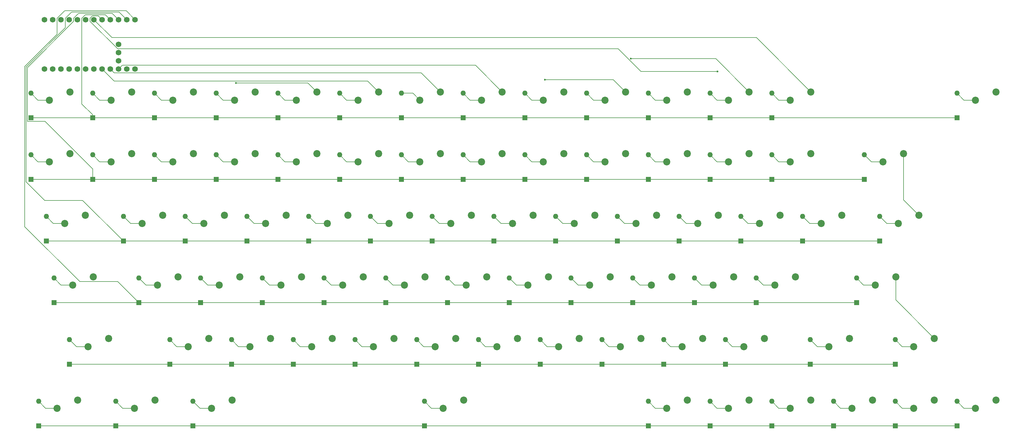
<source format=gbr>
%TF.GenerationSoftware,KiCad,Pcbnew,9.0.2*%
%TF.CreationDate,2025-06-25T18:54:02-05:00*%
%TF.ProjectId,MechaSlate,4d656368-6153-46c6-9174-652e6b696361,rev?*%
%TF.SameCoordinates,Original*%
%TF.FileFunction,Copper,L1,Top*%
%TF.FilePolarity,Positive*%
%FSLAX46Y46*%
G04 Gerber Fmt 4.6, Leading zero omitted, Abs format (unit mm)*
G04 Created by KiCad (PCBNEW 9.0.2) date 2025-06-25 18:54:02*
%MOMM*%
%LPD*%
G01*
G04 APERTURE LIST*
%TA.AperFunction,ComponentPad*%
%ADD10C,2.200000*%
%TD*%
%TA.AperFunction,ComponentPad*%
%ADD11C,1.752600*%
%TD*%
%TA.AperFunction,ComponentPad*%
%ADD12R,1.600000X1.600000*%
%TD*%
%TA.AperFunction,ComponentPad*%
%ADD13O,1.600000X1.600000*%
%TD*%
%TA.AperFunction,ViaPad*%
%ADD14C,0.600000*%
%TD*%
%TA.AperFunction,Conductor*%
%ADD15C,0.200000*%
%TD*%
G04 APERTURE END LIST*
D10*
%TO.P,S5,1,1*%
%TO.N,col 4*%
X264235000Y-146420000D03*
%TO.P,S5,2,2*%
%TO.N,Net-(D5-A)*%
X257885000Y-148960000D03*
%TD*%
%TO.P,S44,1,1*%
%TO.N,col 1*%
X221372500Y-203570000D03*
%TO.P,S44,2,2*%
%TO.N,Net-(D44-A)*%
X215022500Y-206110000D03*
%TD*%
%TO.P,S61,1,1*%
%TO.N,col 5*%
X307097500Y-222620000D03*
%TO.P,S61,2,2*%
%TO.N,Net-(D61-A)*%
X300747500Y-225160000D03*
%TD*%
%TO.P,S12,1,1*%
%TO.N,col 11*%
X397585000Y-146420000D03*
%TO.P,S12,2,2*%
%TO.N,Net-(D12-A)*%
X391235000Y-148960000D03*
%TD*%
%TO.P,S3,1,1*%
%TO.N,col 2*%
X226135000Y-146420000D03*
%TO.P,S3,2,2*%
%TO.N,Net-(D3-A)*%
X219785000Y-148960000D03*
%TD*%
%TO.P,S48,1,1*%
%TO.N,col 5*%
X297572500Y-203570000D03*
%TO.P,S48,2,2*%
%TO.N,Net-(D48-A)*%
X291222500Y-206110000D03*
%TD*%
%TO.P,S10,1,1*%
%TO.N,col 9*%
X359485000Y-146420000D03*
%TO.P,S10,2,2*%
%TO.N,Net-(D10-A)*%
X353135000Y-148960000D03*
%TD*%
%TO.P,S42,1,1*%
%TO.N,col 13*%
X449972500Y-184520000D03*
%TO.P,S42,2,2*%
%TO.N,Net-(D42-A)*%
X443622500Y-187060000D03*
%TD*%
%TO.P,S78,1,1*%
%TO.N,col 9*%
X473785000Y-241670000D03*
%TO.P,S78,2,2*%
%TO.N,Net-(D78-A)*%
X467435000Y-244210000D03*
%TD*%
%TO.P,S69,1,1*%
%TO.N,col 0*%
X190416250Y-241670000D03*
%TO.P,S69,2,2*%
%TO.N,Net-(D69-A)*%
X184066250Y-244210000D03*
%TD*%
%TO.P,S15,1,1*%
%TO.N,col 0*%
X188035000Y-165470000D03*
%TO.P,S15,2,2*%
%TO.N,Net-(D15-A)*%
X181685000Y-168010000D03*
%TD*%
%TO.P,S7,1,1*%
%TO.N,col 6*%
X302335000Y-146420000D03*
%TO.P,S7,2,2*%
%TO.N,Net-(D7-A)*%
X295985000Y-148960000D03*
%TD*%
%TO.P,S27,1,1*%
%TO.N,col 12*%
X416635000Y-165470000D03*
%TO.P,S27,2,2*%
%TO.N,Net-(D27-A)*%
X410285000Y-168010000D03*
%TD*%
%TO.P,S28,1,1*%
%TO.N,col 13*%
X445210000Y-165470000D03*
%TO.P,S28,2,2*%
%TO.N,Net-(D28-A)*%
X438860000Y-168010000D03*
%TD*%
%TO.P,S20,1,1*%
%TO.N,col 5*%
X283285000Y-165470000D03*
%TO.P,S20,2,2*%
%TO.N,Net-(D20-A)*%
X276935000Y-168010000D03*
%TD*%
%TO.P,S13,1,1*%
%TO.N,col 12*%
X416635000Y-146420000D03*
%TO.P,S13,2,2*%
%TO.N,Net-(D13-A)*%
X410285000Y-148960000D03*
%TD*%
%TO.P,S34,1,1*%
%TO.N,col 5*%
X292810000Y-184520000D03*
%TO.P,S34,2,2*%
%TO.N,Net-(D34-A)*%
X286460000Y-187060000D03*
%TD*%
%TO.P,S33,1,1*%
%TO.N,col 4*%
X273760000Y-184520000D03*
%TO.P,S33,2,2*%
%TO.N,Net-(D33-A)*%
X267410000Y-187060000D03*
%TD*%
%TO.P,S70,1,1*%
%TO.N,col 1*%
X214228750Y-241670000D03*
%TO.P,S70,2,2*%
%TO.N,Net-(D70-A)*%
X207878750Y-244210000D03*
%TD*%
%TO.P,S41,1,1*%
%TO.N,col 12*%
X426160000Y-184520000D03*
%TO.P,S41,2,2*%
%TO.N,Net-(D41-A)*%
X419810000Y-187060000D03*
%TD*%
%TO.P,S66,1,1*%
%TO.N,col 10*%
X402347500Y-222620000D03*
%TO.P,S66,2,2*%
%TO.N,Net-(D66-A)*%
X395997500Y-225160000D03*
%TD*%
%TO.P,S19,1,1*%
%TO.N,col 4*%
X264235000Y-165470000D03*
%TO.P,S19,2,2*%
%TO.N,Net-(D19-A)*%
X257885000Y-168010000D03*
%TD*%
%TO.P,S17,1,1*%
%TO.N,col 2*%
X226135000Y-165470000D03*
%TO.P,S17,2,2*%
%TO.N,Net-(D17-A)*%
X219785000Y-168010000D03*
%TD*%
%TO.P,S21,1,1*%
%TO.N,col 6*%
X302335000Y-165470000D03*
%TO.P,S21,2,2*%
%TO.N,Net-(D21-A)*%
X295985000Y-168010000D03*
%TD*%
%TO.P,S30,1,1*%
%TO.N,col 1*%
X216610000Y-184520000D03*
%TO.P,S30,2,2*%
%TO.N,Net-(D30-A)*%
X210260000Y-187060000D03*
%TD*%
%TO.P,S35,1,1*%
%TO.N,col 6*%
X311860000Y-184520000D03*
%TO.P,S35,2,2*%
%TO.N,Net-(D35-A)*%
X305510000Y-187060000D03*
%TD*%
%TO.P,S67,1,1*%
%TO.N,col 11*%
X428541250Y-222620000D03*
%TO.P,S67,2,2*%
%TO.N,Net-(D67-A)*%
X422191250Y-225160000D03*
%TD*%
%TO.P,S6,1,1*%
%TO.N,col 5*%
X283285000Y-146420000D03*
%TO.P,S6,2,2*%
%TO.N,Net-(D6-A)*%
X276935000Y-148960000D03*
%TD*%
%TO.P,S23,1,1*%
%TO.N,col 8*%
X340435000Y-165470000D03*
%TO.P,S23,2,2*%
%TO.N,Net-(D23-A)*%
X334085000Y-168010000D03*
%TD*%
%TO.P,S75,1,1*%
%TO.N,col 6*%
X416635000Y-241670000D03*
%TO.P,S75,2,2*%
%TO.N,Net-(D75-A)*%
X410285000Y-244210000D03*
%TD*%
%TO.P,S52,1,1*%
%TO.N,col 9*%
X373772500Y-203570000D03*
%TO.P,S52,2,2*%
%TO.N,Net-(D52-A)*%
X367422500Y-206110000D03*
%TD*%
%TO.P,S63,1,1*%
%TO.N,col 7*%
X345197500Y-222620000D03*
%TO.P,S63,2,2*%
%TO.N,Net-(D63-A)*%
X338847500Y-225160000D03*
%TD*%
%TO.P,S60,1,1*%
%TO.N,col 4*%
X288047500Y-222620000D03*
%TO.P,S60,2,2*%
%TO.N,Net-(D60-A)*%
X281697500Y-225160000D03*
%TD*%
%TO.P,S74,1,1*%
%TO.N,col 5*%
X397585000Y-241670000D03*
%TO.P,S74,2,2*%
%TO.N,Net-(D74-A)*%
X391235000Y-244210000D03*
%TD*%
%TO.P,S47,1,1*%
%TO.N,col 4*%
X278522500Y-203570000D03*
%TO.P,S47,2,2*%
%TO.N,Net-(D47-A)*%
X272172500Y-206110000D03*
%TD*%
%TO.P,S40,1,1*%
%TO.N,col 11*%
X407110000Y-184520000D03*
%TO.P,S40,2,2*%
%TO.N,Net-(D40-A)*%
X400760000Y-187060000D03*
%TD*%
%TO.P,S62,1,1*%
%TO.N,col 6*%
X326147500Y-222620000D03*
%TO.P,S62,2,2*%
%TO.N,Net-(D62-A)*%
X319797500Y-225160000D03*
%TD*%
%TO.P,S25,1,1*%
%TO.N,col 10*%
X378535000Y-165470000D03*
%TO.P,S25,2,2*%
%TO.N,Net-(D25-A)*%
X372185000Y-168010000D03*
%TD*%
%TO.P,S58,1,1*%
%TO.N,col 2*%
X249947500Y-222620000D03*
%TO.P,S58,2,2*%
%TO.N,Net-(D58-A)*%
X243597500Y-225160000D03*
%TD*%
%TO.P,S14,1,1*%
%TO.N,col 13*%
X473785000Y-146420000D03*
%TO.P,S14,2,2*%
%TO.N,Net-(D14-A)*%
X467435000Y-148960000D03*
%TD*%
%TO.P,S68,1,1*%
%TO.N,col 12*%
X454735000Y-222620000D03*
%TO.P,S68,2,2*%
%TO.N,Net-(D68-A)*%
X448385000Y-225160000D03*
%TD*%
%TO.P,S2,1,1*%
%TO.N,col 1*%
X207085000Y-146420000D03*
%TO.P,S2,2,2*%
%TO.N,Net-(D2-A)*%
X200735000Y-148960000D03*
%TD*%
%TO.P,S1,1,1*%
%TO.N,col 0*%
X188035000Y-146420000D03*
%TO.P,S1,2,2*%
%TO.N,Net-(D1-A)*%
X181685000Y-148960000D03*
%TD*%
%TO.P,S53,1,1*%
%TO.N,col 10*%
X392822500Y-203570000D03*
%TO.P,S53,2,2*%
%TO.N,Net-(D53-A)*%
X386472500Y-206110000D03*
%TD*%
%TO.P,S64,1,1*%
%TO.N,col 8*%
X364247500Y-222620000D03*
%TO.P,S64,2,2*%
%TO.N,Net-(D64-A)*%
X357897500Y-225160000D03*
%TD*%
%TO.P,S77,1,1*%
%TO.N,col 8*%
X454735000Y-241670000D03*
%TO.P,S77,2,2*%
%TO.N,Net-(D77-A)*%
X448385000Y-244210000D03*
%TD*%
%TO.P,S31,1,1*%
%TO.N,col 2*%
X235660000Y-184520000D03*
%TO.P,S31,2,2*%
%TO.N,Net-(D31-A)*%
X229310000Y-187060000D03*
%TD*%
%TO.P,S22,1,1*%
%TO.N,col 7*%
X321385000Y-165470000D03*
%TO.P,S22,2,2*%
%TO.N,Net-(D22-A)*%
X315035000Y-168010000D03*
%TD*%
%TO.P,S18,1,1*%
%TO.N,col 3*%
X245185000Y-165470000D03*
%TO.P,S18,2,2*%
%TO.N,Net-(D18-A)*%
X238835000Y-168010000D03*
%TD*%
%TO.P,S24,1,1*%
%TO.N,col 9*%
X359485000Y-165470000D03*
%TO.P,S24,2,2*%
%TO.N,Net-(D24-A)*%
X353135000Y-168010000D03*
%TD*%
%TO.P,S71,1,1*%
%TO.N,col 2*%
X238041250Y-241670000D03*
%TO.P,S71,2,2*%
%TO.N,Net-(D71-A)*%
X231691250Y-244210000D03*
%TD*%
%TO.P,S65,1,1*%
%TO.N,col 9*%
X383297500Y-222620000D03*
%TO.P,S65,2,2*%
%TO.N,Net-(D65-A)*%
X376947500Y-225160000D03*
%TD*%
%TO.P,S32,1,1*%
%TO.N,col 3*%
X254710000Y-184520000D03*
%TO.P,S32,2,2*%
%TO.N,Net-(D32-A)*%
X248360000Y-187060000D03*
%TD*%
%TO.P,S4,1,1*%
%TO.N,col 3*%
X245185000Y-146420000D03*
%TO.P,S4,2,2*%
%TO.N,Net-(D4-A)*%
X238835000Y-148960000D03*
%TD*%
%TO.P,S56,1,1*%
%TO.N,col 0*%
X199941250Y-222620000D03*
%TO.P,S56,2,2*%
%TO.N,Net-(D56-A)*%
X193591250Y-225160000D03*
%TD*%
%TO.P,S54,1,1*%
%TO.N,col 11*%
X411872500Y-203570000D03*
%TO.P,S54,2,2*%
%TO.N,Net-(D54-A)*%
X405522500Y-206110000D03*
%TD*%
%TO.P,S72,1,1*%
%TO.N,col 3*%
X309478750Y-241670000D03*
%TO.P,S72,2,2*%
%TO.N,Net-(D72-A)*%
X303128750Y-244210000D03*
%TD*%
%TO.P,S8,1,1*%
%TO.N,col 7*%
X321385000Y-146420000D03*
%TO.P,S8,2,2*%
%TO.N,Net-(D8-A)*%
X315035000Y-148960000D03*
%TD*%
%TO.P,S11,1,1*%
%TO.N,col 10*%
X378535000Y-146420000D03*
%TO.P,S11,2,2*%
%TO.N,Net-(D11-A)*%
X372185000Y-148960000D03*
%TD*%
%TO.P,S9,1,1*%
%TO.N,col 8*%
X340435000Y-146420000D03*
%TO.P,S9,2,2*%
%TO.N,Net-(D9-A)*%
X334085000Y-148960000D03*
%TD*%
%TO.P,S73,1,1*%
%TO.N,col 4*%
X378535000Y-241670000D03*
%TO.P,S73,2,2*%
%TO.N,Net-(D73-A)*%
X372185000Y-244210000D03*
%TD*%
%TO.P,S46,1,1*%
%TO.N,col 3*%
X259472500Y-203570000D03*
%TO.P,S46,2,2*%
%TO.N,Net-(D46-A)*%
X253122500Y-206110000D03*
%TD*%
%TO.P,S51,1,1*%
%TO.N,col 8*%
X354722500Y-203570000D03*
%TO.P,S51,2,2*%
%TO.N,Net-(D51-A)*%
X348372500Y-206110000D03*
%TD*%
%TO.P,S37,1,1*%
%TO.N,col 8*%
X349960000Y-184520000D03*
%TO.P,S37,2,2*%
%TO.N,Net-(D37-A)*%
X343610000Y-187060000D03*
%TD*%
%TO.P,S76,1,1*%
%TO.N,col 7*%
X435685000Y-241670000D03*
%TO.P,S76,2,2*%
%TO.N,Net-(D76-A)*%
X429335000Y-244210000D03*
%TD*%
%TO.P,S26,1,1*%
%TO.N,col 11*%
X397585000Y-165470000D03*
%TO.P,S26,2,2*%
%TO.N,Net-(D26-A)*%
X391235000Y-168010000D03*
%TD*%
%TO.P,S49,1,1*%
%TO.N,col 6*%
X316622500Y-203570000D03*
%TO.P,S49,2,2*%
%TO.N,Net-(D49-A)*%
X310272500Y-206110000D03*
%TD*%
%TO.P,S39,1,1*%
%TO.N,col 10*%
X388060000Y-184520000D03*
%TO.P,S39,2,2*%
%TO.N,Net-(D39-A)*%
X381710000Y-187060000D03*
%TD*%
%TO.P,S38,1,1*%
%TO.N,col 9*%
X369010000Y-184520000D03*
%TO.P,S38,2,2*%
%TO.N,Net-(D38-A)*%
X362660000Y-187060000D03*
%TD*%
%TO.P,S50,1,1*%
%TO.N,col 7*%
X335672500Y-203570000D03*
%TO.P,S50,2,2*%
%TO.N,Net-(D50-A)*%
X329322500Y-206110000D03*
%TD*%
%TO.P,S55,1,1*%
%TO.N,col 12*%
X442828750Y-203570000D03*
%TO.P,S55,2,2*%
%TO.N,Net-(D55-A)*%
X436478750Y-206110000D03*
%TD*%
%TO.P,S45,1,1*%
%TO.N,col 2*%
X240422500Y-203570000D03*
%TO.P,S45,2,2*%
%TO.N,Net-(D45-A)*%
X234072500Y-206110000D03*
%TD*%
%TO.P,S59,1,1*%
%TO.N,col 3*%
X268997500Y-222620000D03*
%TO.P,S59,2,2*%
%TO.N,Net-(D59-A)*%
X262647500Y-225160000D03*
%TD*%
%TO.P,S29,1,1*%
%TO.N,col 0*%
X192797500Y-184520000D03*
%TO.P,S29,2,2*%
%TO.N,Net-(D29-A)*%
X186447500Y-187060000D03*
%TD*%
%TO.P,S16,1,1*%
%TO.N,col 1*%
X207085000Y-165470000D03*
%TO.P,S16,2,2*%
%TO.N,Net-(D16-A)*%
X200735000Y-168010000D03*
%TD*%
D11*
%TO.P,U2,1,1*%
%TO.N,col 0*%
X180175000Y-139340000D03*
%TO.P,U2,2,0*%
%TO.N,col 1*%
X182715000Y-139340000D03*
%TO.P,U2,3,GND*%
%TO.N,GND*%
X185255000Y-139340000D03*
%TO.P,U2,4,GND*%
%TO.N,unconnected-(U2-GND-Pad4)*%
X187795000Y-139340000D03*
%TO.P,U2,5,2*%
%TO.N,col 2*%
X190335000Y-139340000D03*
%TO.P,U2,6,3*%
%TO.N,col 3*%
X192875000Y-139340000D03*
%TO.P,U2,7,4*%
%TO.N,col 4*%
X195415000Y-139340000D03*
%TO.P,U2,8,5*%
%TO.N,col 5*%
X197955000Y-139340000D03*
%TO.P,U2,9,6*%
%TO.N,col 6*%
X200495000Y-139340000D03*
%TO.P,U2,10,7*%
%TO.N,col 7*%
X203035000Y-139340000D03*
%TO.P,U2,11,8*%
%TO.N,col 8*%
X205575000Y-139340000D03*
%TO.P,U2,12,9*%
%TO.N,col 9*%
X208115000Y-139340000D03*
%TO.P,U2,13,10*%
%TO.N,Row 3*%
X208115000Y-124100000D03*
%TO.P,U2,14,16*%
%TO.N,Row 2*%
X205575000Y-124100000D03*
%TO.P,U2,15,14*%
%TO.N,Row 1*%
X203035000Y-124100000D03*
%TO.P,U2,16,15*%
%TO.N,Row 0*%
X200495000Y-124100000D03*
%TO.P,U2,17,18*%
%TO.N,col 13*%
X197955000Y-124100000D03*
%TO.P,U2,18,19*%
%TO.N,col 12*%
X195415000Y-124100000D03*
%TO.P,U2,19,20*%
%TO.N,col 11*%
X192875000Y-124100000D03*
%TO.P,U2,20,21*%
%TO.N,col 10*%
X190335000Y-124100000D03*
%TO.P,U2,21,3.3v*%
%TO.N,unconnected-(U2-3.3v-Pad21)*%
X187795000Y-124100000D03*
%TO.P,U2,22,RST*%
%TO.N,unconnected-(U2-RST-Pad22)*%
X185255000Y-124100000D03*
%TO.P,U2,23,GND*%
%TO.N,unconnected-(U2-GND-Pad23)*%
X182715000Y-124100000D03*
%TO.P,U2,24,B+*%
%TO.N,unconnected-(U2-B+-Pad24)*%
X180175000Y-124100000D03*
%TO.P,U2,25,1*%
%TO.N,Row 4*%
X203035000Y-136800000D03*
%TO.P,U2,26,2*%
%TO.N,Row 5*%
X203035000Y-134260000D03*
%TO.P,U2,27,7*%
%TO.N,unconnected-(U2-7-Pad27)*%
X203035000Y-131720000D03*
%TD*%
D10*
%TO.P,S57,1,1*%
%TO.N,col 1*%
X230897500Y-222620000D03*
%TO.P,S57,2,2*%
%TO.N,Net-(D57-A)*%
X224547500Y-225160000D03*
%TD*%
%TO.P,S43,1,1*%
%TO.N,col 0*%
X195178750Y-203570000D03*
%TO.P,S43,2,2*%
%TO.N,Net-(D43-A)*%
X188828750Y-206110000D03*
%TD*%
%TO.P,S36,1,1*%
%TO.N,col 7*%
X330910000Y-184520000D03*
%TO.P,S36,2,2*%
%TO.N,Net-(D36-A)*%
X324560000Y-187060000D03*
%TD*%
D12*
%TO.P,D77,1,K*%
%TO.N,Row 5*%
X442655000Y-249670000D03*
D13*
%TO.P,D77,2,A*%
%TO.N,Net-(D77-A)*%
X442655000Y-242050000D03*
%TD*%
D12*
%TO.P,D15,1,K*%
%TO.N,Row 1*%
X175955000Y-173470000D03*
D13*
%TO.P,D15,2,A*%
%TO.N,Net-(D15-A)*%
X175955000Y-165850000D03*
%TD*%
D12*
%TO.P,D65,1,K*%
%TO.N,Row 4*%
X371217500Y-230620000D03*
D13*
%TO.P,D65,2,A*%
%TO.N,Net-(D65-A)*%
X371217500Y-223000000D03*
%TD*%
D12*
%TO.P,D78,1,K*%
%TO.N,Row 5*%
X461705000Y-249670000D03*
D13*
%TO.P,D78,2,A*%
%TO.N,Net-(D78-A)*%
X461705000Y-242050000D03*
%TD*%
D12*
%TO.P,D54,1,K*%
%TO.N,Row 3*%
X399792500Y-211570000D03*
D13*
%TO.P,D54,2,A*%
%TO.N,Net-(D54-A)*%
X399792500Y-203950000D03*
%TD*%
D12*
%TO.P,D67,1,K*%
%TO.N,Row 4*%
X416461250Y-230620000D03*
D13*
%TO.P,D67,2,A*%
%TO.N,Net-(D67-A)*%
X416461250Y-223000000D03*
%TD*%
D12*
%TO.P,D29,1,K*%
%TO.N,Row 2*%
X180717500Y-192520000D03*
D13*
%TO.P,D29,2,A*%
%TO.N,Net-(D29-A)*%
X180717500Y-184900000D03*
%TD*%
D12*
%TO.P,D64,1,K*%
%TO.N,Row 4*%
X352167500Y-230620000D03*
D13*
%TO.P,D64,2,A*%
%TO.N,Net-(D64-A)*%
X352167500Y-223000000D03*
%TD*%
D12*
%TO.P,D75,1,K*%
%TO.N,Row 5*%
X404555000Y-249670000D03*
D13*
%TO.P,D75,2,A*%
%TO.N,Net-(D75-A)*%
X404555000Y-242050000D03*
%TD*%
D12*
%TO.P,D1,1,K*%
%TO.N,Row 0*%
X175955000Y-154420000D03*
D13*
%TO.P,D1,2,A*%
%TO.N,Net-(D1-A)*%
X175955000Y-146800000D03*
%TD*%
D12*
%TO.P,D36,1,K*%
%TO.N,Row 2*%
X318830000Y-192520000D03*
D13*
%TO.P,D36,2,A*%
%TO.N,Net-(D36-A)*%
X318830000Y-184900000D03*
%TD*%
D12*
%TO.P,D27,1,K*%
%TO.N,Row 1*%
X404555000Y-173470000D03*
D13*
%TO.P,D27,2,A*%
%TO.N,Net-(D27-A)*%
X404555000Y-165850000D03*
%TD*%
D12*
%TO.P,D31,1,K*%
%TO.N,Row 2*%
X223580000Y-192520000D03*
D13*
%TO.P,D31,2,A*%
%TO.N,Net-(D31-A)*%
X223580000Y-184900000D03*
%TD*%
D12*
%TO.P,D49,1,K*%
%TO.N,Row 3*%
X304542500Y-211570000D03*
D13*
%TO.P,D49,2,A*%
%TO.N,Net-(D49-A)*%
X304542500Y-203950000D03*
%TD*%
D12*
%TO.P,D28,1,K*%
%TO.N,Row 1*%
X433130000Y-173470000D03*
D13*
%TO.P,D28,2,A*%
%TO.N,Net-(D28-A)*%
X433130000Y-165850000D03*
%TD*%
D12*
%TO.P,D48,1,K*%
%TO.N,Row 3*%
X285492500Y-211570000D03*
D13*
%TO.P,D48,2,A*%
%TO.N,Net-(D48-A)*%
X285492500Y-203950000D03*
%TD*%
D12*
%TO.P,D2,1,K*%
%TO.N,Row 0*%
X195005000Y-154420000D03*
D13*
%TO.P,D2,2,A*%
%TO.N,Net-(D2-A)*%
X195005000Y-146800000D03*
%TD*%
D12*
%TO.P,D6,1,K*%
%TO.N,Row 0*%
X271205000Y-154420000D03*
D13*
%TO.P,D6,2,A*%
%TO.N,Net-(D6-A)*%
X271205000Y-146800000D03*
%TD*%
D12*
%TO.P,D8,1,K*%
%TO.N,Row 0*%
X309305000Y-154420000D03*
D13*
%TO.P,D8,2,A*%
%TO.N,Net-(D8-A)*%
X309305000Y-146800000D03*
%TD*%
D12*
%TO.P,D53,1,K*%
%TO.N,Row 3*%
X380742500Y-211570000D03*
D13*
%TO.P,D53,2,A*%
%TO.N,Net-(D53-A)*%
X380742500Y-203950000D03*
%TD*%
D12*
%TO.P,D25,1,K*%
%TO.N,Row 1*%
X366455000Y-173470000D03*
D13*
%TO.P,D25,2,A*%
%TO.N,Net-(D25-A)*%
X366455000Y-165850000D03*
%TD*%
D12*
%TO.P,D40,1,K*%
%TO.N,Row 2*%
X395030000Y-192520000D03*
D13*
%TO.P,D40,2,A*%
%TO.N,Net-(D40-A)*%
X395030000Y-184900000D03*
%TD*%
D12*
%TO.P,D4,1,K*%
%TO.N,Row 0*%
X233105000Y-154420000D03*
D13*
%TO.P,D4,2,A*%
%TO.N,Net-(D4-A)*%
X233105000Y-146800000D03*
%TD*%
D12*
%TO.P,D70,1,K*%
%TO.N,Row 5*%
X202148750Y-249670000D03*
D13*
%TO.P,D70,2,A*%
%TO.N,Net-(D70-A)*%
X202148750Y-242050000D03*
%TD*%
D12*
%TO.P,D58,1,K*%
%TO.N,Row 4*%
X237867500Y-230620000D03*
D13*
%TO.P,D58,2,A*%
%TO.N,Net-(D58-A)*%
X237867500Y-223000000D03*
%TD*%
D12*
%TO.P,D32,1,K*%
%TO.N,Row 2*%
X242630000Y-192520000D03*
D13*
%TO.P,D32,2,A*%
%TO.N,Net-(D32-A)*%
X242630000Y-184900000D03*
%TD*%
D12*
%TO.P,D23,1,K*%
%TO.N,Row 1*%
X328355000Y-173470000D03*
D13*
%TO.P,D23,2,A*%
%TO.N,Net-(D23-A)*%
X328355000Y-165850000D03*
%TD*%
D12*
%TO.P,D55,1,K*%
%TO.N,Row 3*%
X430748750Y-211570000D03*
D13*
%TO.P,D55,2,A*%
%TO.N,Net-(D55-A)*%
X430748750Y-203950000D03*
%TD*%
D12*
%TO.P,D14,1,K*%
%TO.N,Row 0*%
X461705000Y-154420000D03*
D13*
%TO.P,D14,2,A*%
%TO.N,Net-(D14-A)*%
X461705000Y-146800000D03*
%TD*%
D12*
%TO.P,D74,1,K*%
%TO.N,Row 5*%
X385505000Y-249670000D03*
D13*
%TO.P,D74,2,A*%
%TO.N,Net-(D74-A)*%
X385505000Y-242050000D03*
%TD*%
D12*
%TO.P,D76,1,K*%
%TO.N,Row 5*%
X423605000Y-249670000D03*
D13*
%TO.P,D76,2,A*%
%TO.N,Net-(D76-A)*%
X423605000Y-242050000D03*
%TD*%
D12*
%TO.P,D7,1,K*%
%TO.N,Row 0*%
X290255000Y-154420000D03*
D13*
%TO.P,D7,2,A*%
%TO.N,Net-(D7-A)*%
X290255000Y-146800000D03*
%TD*%
D12*
%TO.P,D69,1,K*%
%TO.N,Row 5*%
X178336250Y-249670000D03*
D13*
%TO.P,D69,2,A*%
%TO.N,Net-(D69-A)*%
X178336250Y-242050000D03*
%TD*%
D12*
%TO.P,D52,1,K*%
%TO.N,Row 3*%
X361692500Y-211570000D03*
D13*
%TO.P,D52,2,A*%
%TO.N,Net-(D52-A)*%
X361692500Y-203950000D03*
%TD*%
D12*
%TO.P,D24,1,K*%
%TO.N,Row 1*%
X347405000Y-173470000D03*
D13*
%TO.P,D24,2,A*%
%TO.N,Net-(D24-A)*%
X347405000Y-165850000D03*
%TD*%
D12*
%TO.P,D5,1,K*%
%TO.N,Row 0*%
X252155000Y-154420000D03*
D13*
%TO.P,D5,2,A*%
%TO.N,Net-(D5-A)*%
X252155000Y-146800000D03*
%TD*%
D12*
%TO.P,D68,1,K*%
%TO.N,Row 4*%
X442655000Y-230620000D03*
D13*
%TO.P,D68,2,A*%
%TO.N,Net-(D68-A)*%
X442655000Y-223000000D03*
%TD*%
D12*
%TO.P,D42,1,K*%
%TO.N,Row 2*%
X437892500Y-192520000D03*
D13*
%TO.P,D42,2,A*%
%TO.N,Net-(D42-A)*%
X437892500Y-184900000D03*
%TD*%
D12*
%TO.P,D41,1,K*%
%TO.N,Row 2*%
X414080000Y-192520000D03*
D13*
%TO.P,D41,2,A*%
%TO.N,Net-(D41-A)*%
X414080000Y-184900000D03*
%TD*%
D12*
%TO.P,D71,1,K*%
%TO.N,Row 5*%
X225961250Y-249670000D03*
D13*
%TO.P,D71,2,A*%
%TO.N,Net-(D71-A)*%
X225961250Y-242050000D03*
%TD*%
D12*
%TO.P,D56,1,K*%
%TO.N,Row 4*%
X187861250Y-230620000D03*
D13*
%TO.P,D56,2,A*%
%TO.N,Net-(D56-A)*%
X187861250Y-223000000D03*
%TD*%
D12*
%TO.P,D26,1,K*%
%TO.N,Row 1*%
X385505000Y-173470000D03*
D13*
%TO.P,D26,2,A*%
%TO.N,Net-(D26-A)*%
X385505000Y-165850000D03*
%TD*%
D12*
%TO.P,D57,1,K*%
%TO.N,Row 4*%
X218817500Y-230620000D03*
D13*
%TO.P,D57,2,A*%
%TO.N,Net-(D57-A)*%
X218817500Y-223000000D03*
%TD*%
D12*
%TO.P,D33,1,K*%
%TO.N,Row 2*%
X261680000Y-192520000D03*
D13*
%TO.P,D33,2,A*%
%TO.N,Net-(D33-A)*%
X261680000Y-184900000D03*
%TD*%
D12*
%TO.P,D11,1,K*%
%TO.N,Row 0*%
X366455000Y-154420000D03*
D13*
%TO.P,D11,2,A*%
%TO.N,Net-(D11-A)*%
X366455000Y-146800000D03*
%TD*%
D12*
%TO.P,D12,1,K*%
%TO.N,Row 0*%
X385505000Y-154420000D03*
D13*
%TO.P,D12,2,A*%
%TO.N,Net-(D12-A)*%
X385505000Y-146800000D03*
%TD*%
D12*
%TO.P,D19,1,K*%
%TO.N,Row 1*%
X252155000Y-173470000D03*
D13*
%TO.P,D19,2,A*%
%TO.N,Net-(D19-A)*%
X252155000Y-165850000D03*
%TD*%
D12*
%TO.P,D50,1,K*%
%TO.N,Row 3*%
X323592500Y-211570000D03*
D13*
%TO.P,D50,2,A*%
%TO.N,Net-(D50-A)*%
X323592500Y-203950000D03*
%TD*%
D12*
%TO.P,D51,1,K*%
%TO.N,Row 3*%
X342642500Y-211570000D03*
D13*
%TO.P,D51,2,A*%
%TO.N,Net-(D51-A)*%
X342642500Y-203950000D03*
%TD*%
D12*
%TO.P,D37,1,K*%
%TO.N,Row 2*%
X337880000Y-192520000D03*
D13*
%TO.P,D37,2,A*%
%TO.N,Net-(D37-A)*%
X337880000Y-184900000D03*
%TD*%
D12*
%TO.P,D22,1,K*%
%TO.N,Row 1*%
X309305000Y-173470000D03*
D13*
%TO.P,D22,2,A*%
%TO.N,Net-(D22-A)*%
X309305000Y-165850000D03*
%TD*%
D12*
%TO.P,D18,1,K*%
%TO.N,Row 1*%
X233105000Y-173470000D03*
D13*
%TO.P,D18,2,A*%
%TO.N,Net-(D18-A)*%
X233105000Y-165850000D03*
%TD*%
D12*
%TO.P,D45,1,K*%
%TO.N,Row 3*%
X228342500Y-211570000D03*
D13*
%TO.P,D45,2,A*%
%TO.N,Net-(D45-A)*%
X228342500Y-203950000D03*
%TD*%
D12*
%TO.P,D30,1,K*%
%TO.N,Row 2*%
X204530000Y-192520000D03*
D13*
%TO.P,D30,2,A*%
%TO.N,Net-(D30-A)*%
X204530000Y-184900000D03*
%TD*%
D12*
%TO.P,D21,1,K*%
%TO.N,Row 1*%
X290255000Y-173470000D03*
D13*
%TO.P,D21,2,A*%
%TO.N,Net-(D21-A)*%
X290255000Y-165850000D03*
%TD*%
D12*
%TO.P,D39,1,K*%
%TO.N,Row 2*%
X375980000Y-192520000D03*
D13*
%TO.P,D39,2,A*%
%TO.N,Net-(D39-A)*%
X375980000Y-184900000D03*
%TD*%
D12*
%TO.P,D38,1,K*%
%TO.N,Row 2*%
X356930000Y-192520000D03*
D13*
%TO.P,D38,2,A*%
%TO.N,Net-(D38-A)*%
X356930000Y-184900000D03*
%TD*%
D12*
%TO.P,D72,1,K*%
%TO.N,Row 5*%
X297398750Y-249670000D03*
D13*
%TO.P,D72,2,A*%
%TO.N,Net-(D72-A)*%
X297398750Y-242050000D03*
%TD*%
D12*
%TO.P,D17,1,K*%
%TO.N,Row 1*%
X214055000Y-173470000D03*
D13*
%TO.P,D17,2,A*%
%TO.N,Net-(D17-A)*%
X214055000Y-165850000D03*
%TD*%
D12*
%TO.P,D43,1,K*%
%TO.N,Row 3*%
X183098750Y-211570000D03*
D13*
%TO.P,D43,2,A*%
%TO.N,Net-(D43-A)*%
X183098750Y-203950000D03*
%TD*%
D12*
%TO.P,D61,1,K*%
%TO.N,Row 4*%
X295017500Y-230620000D03*
D13*
%TO.P,D61,2,A*%
%TO.N,Net-(D61-A)*%
X295017500Y-223000000D03*
%TD*%
D12*
%TO.P,D60,1,K*%
%TO.N,Row 4*%
X275967500Y-230620000D03*
D13*
%TO.P,D60,2,A*%
%TO.N,Net-(D60-A)*%
X275967500Y-223000000D03*
%TD*%
D12*
%TO.P,D62,1,K*%
%TO.N,Row 4*%
X314067500Y-230620000D03*
D13*
%TO.P,D62,2,A*%
%TO.N,Net-(D62-A)*%
X314067500Y-223000000D03*
%TD*%
D12*
%TO.P,D34,1,K*%
%TO.N,Row 2*%
X280730000Y-192520000D03*
D13*
%TO.P,D34,2,A*%
%TO.N,Net-(D34-A)*%
X280730000Y-184900000D03*
%TD*%
D12*
%TO.P,D47,1,K*%
%TO.N,Row 3*%
X266442500Y-211570000D03*
D13*
%TO.P,D47,2,A*%
%TO.N,Net-(D47-A)*%
X266442500Y-203950000D03*
%TD*%
D12*
%TO.P,D3,1,K*%
%TO.N,Row 0*%
X214055000Y-154420000D03*
D13*
%TO.P,D3,2,A*%
%TO.N,Net-(D3-A)*%
X214055000Y-146800000D03*
%TD*%
D12*
%TO.P,D66,1,K*%
%TO.N,Row 4*%
X390267500Y-230620000D03*
D13*
%TO.P,D66,2,A*%
%TO.N,Net-(D66-A)*%
X390267500Y-223000000D03*
%TD*%
D12*
%TO.P,D63,1,K*%
%TO.N,Row 4*%
X333117500Y-230620000D03*
D13*
%TO.P,D63,2,A*%
%TO.N,Net-(D63-A)*%
X333117500Y-223000000D03*
%TD*%
D12*
%TO.P,D35,1,K*%
%TO.N,Row 2*%
X299780000Y-192520000D03*
D13*
%TO.P,D35,2,A*%
%TO.N,Net-(D35-A)*%
X299780000Y-184900000D03*
%TD*%
D12*
%TO.P,D20,1,K*%
%TO.N,Row 1*%
X271205000Y-173470000D03*
D13*
%TO.P,D20,2,A*%
%TO.N,Net-(D20-A)*%
X271205000Y-165850000D03*
%TD*%
D12*
%TO.P,D16,1,K*%
%TO.N,Row 1*%
X195005000Y-173470000D03*
D13*
%TO.P,D16,2,A*%
%TO.N,Net-(D16-A)*%
X195005000Y-165850000D03*
%TD*%
D12*
%TO.P,D44,1,K*%
%TO.N,Row 3*%
X209292500Y-211570000D03*
D13*
%TO.P,D44,2,A*%
%TO.N,Net-(D44-A)*%
X209292500Y-203950000D03*
%TD*%
D12*
%TO.P,D13,1,K*%
%TO.N,Row 0*%
X404555000Y-154420000D03*
D13*
%TO.P,D13,2,A*%
%TO.N,Net-(D13-A)*%
X404555000Y-146800000D03*
%TD*%
D12*
%TO.P,D10,1,K*%
%TO.N,Row 0*%
X347405000Y-154420000D03*
D13*
%TO.P,D10,2,A*%
%TO.N,Net-(D10-A)*%
X347405000Y-146800000D03*
%TD*%
D12*
%TO.P,D9,1,K*%
%TO.N,Row 0*%
X328355000Y-154420000D03*
D13*
%TO.P,D9,2,A*%
%TO.N,Net-(D9-A)*%
X328355000Y-146800000D03*
%TD*%
D12*
%TO.P,D59,1,K*%
%TO.N,Row 4*%
X256917500Y-230620000D03*
D13*
%TO.P,D59,2,A*%
%TO.N,Net-(D59-A)*%
X256917500Y-223000000D03*
%TD*%
D12*
%TO.P,D73,1,K*%
%TO.N,Row 5*%
X366455000Y-249670000D03*
D13*
%TO.P,D73,2,A*%
%TO.N,Net-(D73-A)*%
X366455000Y-242050000D03*
%TD*%
D12*
%TO.P,D46,1,K*%
%TO.N,Row 3*%
X247392500Y-211570000D03*
D13*
%TO.P,D46,2,A*%
%TO.N,Net-(D46-A)*%
X247392500Y-203950000D03*
%TD*%
D14*
%TO.N,col 4*%
X239235000Y-143620000D03*
%TO.N,col 9*%
X334535000Y-142620000D03*
%TO.N,col 11*%
X361035000Y-136120000D03*
%TO.N,col 13*%
X387835000Y-140120000D03*
%TD*%
D15*
%TO.N,Net-(D1-A)*%
X178115000Y-148960000D02*
X175955000Y-146800000D01*
X181685000Y-148960000D02*
X178115000Y-148960000D01*
%TO.N,Row 1*%
X195005000Y-170190000D02*
X195005000Y-173470000D01*
X328355000Y-173470000D02*
X347405000Y-173470000D01*
X175955000Y-173470000D02*
X195005000Y-173470000D01*
X189157700Y-123612346D02*
X189157700Y-124587654D01*
X214055000Y-173470000D02*
X233105000Y-173470000D01*
X195005000Y-173470000D02*
X214055000Y-173470000D01*
X252155000Y-173470000D02*
X271205000Y-173470000D01*
X404555000Y-173470000D02*
X433130000Y-173470000D01*
X189157700Y-124587654D02*
X174854000Y-138891354D01*
X174854000Y-138891354D02*
X174854000Y-155521000D01*
X290255000Y-173470000D02*
X309305000Y-173470000D01*
X233105000Y-173470000D02*
X252155000Y-173470000D01*
X190649346Y-122120700D02*
X189157700Y-123612346D01*
X180336000Y-155521000D02*
X195005000Y-170190000D01*
X174854000Y-155521000D02*
X180336000Y-155521000D01*
X347405000Y-173470000D02*
X366455000Y-173470000D01*
X271205000Y-173470000D02*
X290255000Y-173470000D01*
X201055700Y-122120700D02*
X190649346Y-122120700D01*
X309305000Y-173470000D02*
X328355000Y-173470000D01*
X203035000Y-124100000D02*
X201055700Y-122120700D01*
X385505000Y-173470000D02*
X404555000Y-173470000D01*
X366455000Y-173470000D02*
X385505000Y-173470000D01*
%TO.N,Net-(D2-A)*%
X197165000Y-148960000D02*
X195005000Y-146800000D01*
X200735000Y-148960000D02*
X197165000Y-148960000D01*
%TO.N,Net-(D3-A)*%
X216215000Y-148960000D02*
X214055000Y-146800000D01*
X219785000Y-148960000D02*
X216215000Y-148960000D01*
%TO.N,Net-(D4-A)*%
X235265000Y-148960000D02*
X233105000Y-146800000D01*
X238835000Y-148960000D02*
X235265000Y-148960000D01*
%TO.N,Net-(D5-A)*%
X257885000Y-148960000D02*
X254315000Y-148960000D01*
X254315000Y-148960000D02*
X252155000Y-146800000D01*
%TO.N,Net-(D6-A)*%
X273365000Y-148960000D02*
X271205000Y-146800000D01*
X276935000Y-148960000D02*
X273365000Y-148960000D01*
%TO.N,Net-(D7-A)*%
X295985000Y-148960000D02*
X293825000Y-146800000D01*
X293825000Y-146800000D02*
X290255000Y-146800000D01*
%TO.N,Net-(D8-A)*%
X315035000Y-148960000D02*
X311465000Y-148960000D01*
X311465000Y-148960000D02*
X309305000Y-146800000D01*
%TO.N,Net-(D9-A)*%
X330515000Y-148960000D02*
X328355000Y-146800000D01*
X334085000Y-148960000D02*
X330515000Y-148960000D01*
%TO.N,Net-(D10-A)*%
X353135000Y-148960000D02*
X349565000Y-148960000D01*
X349565000Y-148960000D02*
X347405000Y-146800000D01*
%TO.N,Net-(D11-A)*%
X368615000Y-148960000D02*
X366455000Y-146800000D01*
X372185000Y-148960000D02*
X368615000Y-148960000D01*
%TO.N,Net-(D12-A)*%
X391235000Y-148960000D02*
X387665000Y-148960000D01*
X387665000Y-148960000D02*
X385505000Y-146800000D01*
%TO.N,Net-(D13-A)*%
X410285000Y-148960000D02*
X406715000Y-148960000D01*
X406715000Y-148960000D02*
X404555000Y-146800000D01*
%TO.N,Net-(D14-A)*%
X467435000Y-148960000D02*
X463865000Y-148960000D01*
X463865000Y-148960000D02*
X461705000Y-146800000D01*
%TO.N,Row 2*%
X180717500Y-192520000D02*
X204530000Y-192520000D01*
X395030000Y-192520000D02*
X414080000Y-192520000D01*
X414080000Y-192520000D02*
X437892500Y-192520000D01*
X318830000Y-192520000D02*
X337880000Y-192520000D01*
X375980000Y-192520000D02*
X395030000Y-192520000D01*
X242630000Y-192520000D02*
X261680000Y-192520000D01*
X356930000Y-192520000D02*
X375980000Y-192520000D01*
X204530000Y-192520000D02*
X223580000Y-192520000D01*
X280730000Y-192520000D02*
X299780000Y-192520000D01*
X180203000Y-179920000D02*
X191930000Y-179920000D01*
X174453000Y-174170000D02*
X180203000Y-179920000D01*
X174453000Y-138725254D02*
X174453000Y-174170000D01*
X337880000Y-192520000D02*
X356930000Y-192520000D01*
X186617700Y-126560554D02*
X174453000Y-138725254D01*
X299780000Y-192520000D02*
X318830000Y-192520000D01*
X186617700Y-123612346D02*
X186617700Y-126560554D01*
X191930000Y-179920000D02*
X204530000Y-192520000D01*
X188510346Y-121719700D02*
X186617700Y-123612346D01*
X261680000Y-192520000D02*
X280730000Y-192520000D01*
X223580000Y-192520000D02*
X242630000Y-192520000D01*
X203194700Y-121719700D02*
X188510346Y-121719700D01*
X205575000Y-124100000D02*
X203194700Y-121719700D01*
%TO.N,Net-(D15-A)*%
X178115000Y-168010000D02*
X175955000Y-165850000D01*
X181685000Y-168010000D02*
X178115000Y-168010000D01*
%TO.N,Net-(D16-A)*%
X200735000Y-168010000D02*
X197165000Y-168010000D01*
X197165000Y-168010000D02*
X195005000Y-165850000D01*
%TO.N,Net-(D17-A)*%
X219785000Y-168010000D02*
X216215000Y-168010000D01*
X216215000Y-168010000D02*
X214055000Y-165850000D01*
%TO.N,Net-(D18-A)*%
X235265000Y-168010000D02*
X233105000Y-165850000D01*
X238835000Y-168010000D02*
X235265000Y-168010000D01*
%TO.N,Net-(D19-A)*%
X257885000Y-168010000D02*
X254315000Y-168010000D01*
X254315000Y-168010000D02*
X252155000Y-165850000D01*
%TO.N,Net-(D20-A)*%
X273365000Y-168010000D02*
X271205000Y-165850000D01*
X276935000Y-168010000D02*
X273365000Y-168010000D01*
%TO.N,Net-(D21-A)*%
X295985000Y-168010000D02*
X292415000Y-168010000D01*
X292415000Y-168010000D02*
X290255000Y-165850000D01*
%TO.N,Net-(D22-A)*%
X315035000Y-168010000D02*
X311465000Y-168010000D01*
X311465000Y-168010000D02*
X309305000Y-165850000D01*
%TO.N,Net-(D23-A)*%
X334085000Y-168010000D02*
X330515000Y-168010000D01*
X330515000Y-168010000D02*
X328355000Y-165850000D01*
%TO.N,Net-(D24-A)*%
X353135000Y-168010000D02*
X349565000Y-168010000D01*
X349565000Y-168010000D02*
X347405000Y-165850000D01*
%TO.N,Net-(D25-A)*%
X368615000Y-168010000D02*
X366455000Y-165850000D01*
X372185000Y-168010000D02*
X368615000Y-168010000D01*
%TO.N,Net-(D26-A)*%
X387665000Y-168010000D02*
X385505000Y-165850000D01*
X391235000Y-168010000D02*
X387665000Y-168010000D01*
%TO.N,Net-(D27-A)*%
X410285000Y-168010000D02*
X406715000Y-168010000D01*
X406715000Y-168010000D02*
X404555000Y-165850000D01*
%TO.N,Net-(D28-A)*%
X435290000Y-168010000D02*
X433130000Y-165850000D01*
X438860000Y-168010000D02*
X435290000Y-168010000D01*
%TO.N,Row 3*%
X174052000Y-138559154D02*
X174052000Y-188056500D01*
X205333700Y-121318700D02*
X186371346Y-121318700D01*
X342642500Y-211570000D02*
X361692500Y-211570000D01*
X228342500Y-211570000D02*
X247392500Y-211570000D01*
X186371346Y-121318700D02*
X184077700Y-123612346D01*
X361692500Y-211570000D02*
X380742500Y-211570000D01*
X399792500Y-211570000D02*
X430748750Y-211570000D01*
X174052000Y-188056500D02*
X191046500Y-205051000D01*
X209292500Y-211570000D02*
X228342500Y-211570000D01*
X323592500Y-211570000D02*
X342642500Y-211570000D01*
X247392500Y-211570000D02*
X266442500Y-211570000D01*
X191046500Y-205051000D02*
X202773500Y-205051000D01*
X208115000Y-124100000D02*
X205333700Y-121318700D01*
X380742500Y-211570000D02*
X399792500Y-211570000D01*
X304542500Y-211570000D02*
X323592500Y-211570000D01*
X184077700Y-128533454D02*
X174052000Y-138559154D01*
X184077700Y-123612346D02*
X184077700Y-128533454D01*
X266442500Y-211570000D02*
X285492500Y-211570000D01*
X285492500Y-211570000D02*
X304542500Y-211570000D01*
X183098750Y-211570000D02*
X209292500Y-211570000D01*
X202773500Y-205051000D02*
X209292500Y-211570000D01*
%TO.N,Net-(D29-A)*%
X186447500Y-187060000D02*
X182877500Y-187060000D01*
X182877500Y-187060000D02*
X180717500Y-184900000D01*
%TO.N,Net-(D30-A)*%
X210260000Y-187060000D02*
X206690000Y-187060000D01*
X206690000Y-187060000D02*
X204530000Y-184900000D01*
%TO.N,Net-(D31-A)*%
X225740000Y-187060000D02*
X223580000Y-184900000D01*
X229310000Y-187060000D02*
X225740000Y-187060000D01*
%TO.N,Net-(D32-A)*%
X244790000Y-187060000D02*
X242630000Y-184900000D01*
X248360000Y-187060000D02*
X244790000Y-187060000D01*
%TO.N,Net-(D33-A)*%
X267410000Y-187060000D02*
X263840000Y-187060000D01*
X263840000Y-187060000D02*
X261680000Y-184900000D01*
%TO.N,Net-(D34-A)*%
X282890000Y-187060000D02*
X280730000Y-184900000D01*
X286460000Y-187060000D02*
X282890000Y-187060000D01*
%TO.N,Net-(D35-A)*%
X301940000Y-187060000D02*
X299780000Y-184900000D01*
X305510000Y-187060000D02*
X301940000Y-187060000D01*
%TO.N,Net-(D36-A)*%
X324560000Y-187060000D02*
X320990000Y-187060000D01*
X320990000Y-187060000D02*
X318830000Y-184900000D01*
%TO.N,Net-(D37-A)*%
X343610000Y-187060000D02*
X340040000Y-187060000D01*
X340040000Y-187060000D02*
X337880000Y-184900000D01*
%TO.N,Net-(D38-A)*%
X359090000Y-187060000D02*
X356930000Y-184900000D01*
X362660000Y-187060000D02*
X359090000Y-187060000D01*
%TO.N,Net-(D39-A)*%
X378140000Y-187060000D02*
X375980000Y-184900000D01*
X381710000Y-187060000D02*
X378140000Y-187060000D01*
%TO.N,Net-(D40-A)*%
X400760000Y-187060000D02*
X397190000Y-187060000D01*
X397190000Y-187060000D02*
X395030000Y-184900000D01*
%TO.N,Net-(D41-A)*%
X416240000Y-187060000D02*
X414080000Y-184900000D01*
X419810000Y-187060000D02*
X416240000Y-187060000D01*
%TO.N,Row 4*%
X237867500Y-230620000D02*
X256917500Y-230620000D01*
X371217500Y-230620000D02*
X390267500Y-230620000D01*
X295017500Y-230620000D02*
X314067500Y-230620000D01*
X218817500Y-230620000D02*
X237867500Y-230620000D01*
X416461250Y-230620000D02*
X442655000Y-230620000D01*
X333117500Y-230620000D02*
X352167500Y-230620000D01*
X352167500Y-230620000D02*
X371217500Y-230620000D01*
X256917500Y-230620000D02*
X275967500Y-230620000D01*
X314067500Y-230620000D02*
X333117500Y-230620000D01*
X187861250Y-230620000D02*
X218817500Y-230620000D01*
X390267500Y-230620000D02*
X416461250Y-230620000D01*
X275967500Y-230620000D02*
X295017500Y-230620000D01*
%TO.N,Net-(D43-A)*%
X185258750Y-206110000D02*
X183098750Y-203950000D01*
X188828750Y-206110000D02*
X185258750Y-206110000D01*
%TO.N,Net-(D44-A)*%
X211452500Y-206110000D02*
X209292500Y-203950000D01*
X215022500Y-206110000D02*
X211452500Y-206110000D01*
%TO.N,Net-(D45-A)*%
X230502500Y-206110000D02*
X228342500Y-203950000D01*
X234072500Y-206110000D02*
X230502500Y-206110000D01*
%TO.N,Net-(D46-A)*%
X249552500Y-206110000D02*
X247392500Y-203950000D01*
X253122500Y-206110000D02*
X249552500Y-206110000D01*
%TO.N,Net-(D47-A)*%
X268602500Y-206110000D02*
X266442500Y-203950000D01*
X272172500Y-206110000D02*
X268602500Y-206110000D01*
%TO.N,Net-(D48-A)*%
X291222500Y-206110000D02*
X287652500Y-206110000D01*
X287652500Y-206110000D02*
X285492500Y-203950000D01*
%TO.N,Net-(D49-A)*%
X306702500Y-206110000D02*
X304542500Y-203950000D01*
X310272500Y-206110000D02*
X306702500Y-206110000D01*
%TO.N,Net-(D50-A)*%
X329322500Y-206110000D02*
X325752500Y-206110000D01*
X325752500Y-206110000D02*
X323592500Y-203950000D01*
%TO.N,Net-(D51-A)*%
X344802500Y-206110000D02*
X342642500Y-203950000D01*
X348372500Y-206110000D02*
X344802500Y-206110000D01*
%TO.N,Net-(D52-A)*%
X367422500Y-206110000D02*
X363852500Y-206110000D01*
X363852500Y-206110000D02*
X361692500Y-203950000D01*
%TO.N,Net-(D53-A)*%
X386472500Y-206110000D02*
X382902500Y-206110000D01*
X382902500Y-206110000D02*
X380742500Y-203950000D01*
%TO.N,Net-(D54-A)*%
X405522500Y-206110000D02*
X401952500Y-206110000D01*
X401952500Y-206110000D02*
X399792500Y-203950000D01*
%TO.N,Row 0*%
X252155000Y-154420000D02*
X271205000Y-154420000D01*
X191697700Y-123612346D02*
X191697700Y-150112700D01*
X198916700Y-122521700D02*
X192788346Y-122521700D01*
X175955000Y-154420000D02*
X195005000Y-154420000D01*
X328355000Y-154420000D02*
X347405000Y-154420000D01*
X404555000Y-154420000D02*
X461705000Y-154420000D01*
X290255000Y-154420000D02*
X309305000Y-154420000D01*
X191697700Y-150112700D02*
X195005000Y-153420000D01*
X347405000Y-154420000D02*
X366455000Y-154420000D01*
X366455000Y-154420000D02*
X385505000Y-154420000D01*
X233105000Y-154420000D02*
X252155000Y-154420000D01*
X192788346Y-122521700D02*
X191697700Y-123612346D01*
X200495000Y-124100000D02*
X198916700Y-122521700D01*
X271205000Y-154420000D02*
X290255000Y-154420000D01*
X214055000Y-154420000D02*
X233105000Y-154420000D01*
X195005000Y-154420000D02*
X214055000Y-154420000D01*
X195005000Y-153420000D02*
X195005000Y-154420000D01*
X309305000Y-154420000D02*
X328355000Y-154420000D01*
X385505000Y-154420000D02*
X404555000Y-154420000D01*
%TO.N,Net-(D55-A)*%
X436478750Y-206110000D02*
X432908750Y-206110000D01*
X432908750Y-206110000D02*
X430748750Y-203950000D01*
%TO.N,Net-(D56-A)*%
X190021250Y-225160000D02*
X187861250Y-223000000D01*
X193591250Y-225160000D02*
X190021250Y-225160000D01*
%TO.N,Net-(D75-A)*%
X406715000Y-244210000D02*
X404555000Y-242050000D01*
X410285000Y-244210000D02*
X406715000Y-244210000D01*
%TO.N,Net-(D57-A)*%
X224547500Y-225160000D02*
X220977500Y-225160000D01*
X220977500Y-225160000D02*
X218817500Y-223000000D01*
%TO.N,Net-(D76-A)*%
X429335000Y-244210000D02*
X425765000Y-244210000D01*
X425765000Y-244210000D02*
X423605000Y-242050000D01*
%TO.N,Net-(D58-A)*%
X240027500Y-225160000D02*
X237867500Y-223000000D01*
X243597500Y-225160000D02*
X240027500Y-225160000D01*
%TO.N,Net-(D59-A)*%
X262647500Y-225160000D02*
X259077500Y-225160000D01*
X259077500Y-225160000D02*
X256917500Y-223000000D01*
%TO.N,Net-(D77-A)*%
X448385000Y-244210000D02*
X444815000Y-244210000D01*
X444815000Y-244210000D02*
X442655000Y-242050000D01*
%TO.N,Net-(D60-A)*%
X281697500Y-225160000D02*
X278127500Y-225160000D01*
X278127500Y-225160000D02*
X275967500Y-223000000D01*
%TO.N,Net-(D78-A)*%
X467435000Y-244210000D02*
X463865000Y-244210000D01*
X463865000Y-244210000D02*
X461705000Y-242050000D01*
%TO.N,Net-(D61-A)*%
X300747500Y-225160000D02*
X297177500Y-225160000D01*
X297177500Y-225160000D02*
X295017500Y-223000000D01*
%TO.N,Net-(D62-A)*%
X316227500Y-225160000D02*
X314067500Y-223000000D01*
X319797500Y-225160000D02*
X316227500Y-225160000D01*
%TO.N,Net-(D63-A)*%
X338847500Y-225160000D02*
X335277500Y-225160000D01*
X335277500Y-225160000D02*
X333117500Y-223000000D01*
%TO.N,Net-(D64-A)*%
X354327500Y-225160000D02*
X352167500Y-223000000D01*
X357897500Y-225160000D02*
X354327500Y-225160000D01*
%TO.N,Net-(D65-A)*%
X376947500Y-225160000D02*
X373377500Y-225160000D01*
X373377500Y-225160000D02*
X371217500Y-223000000D01*
%TO.N,Net-(D66-A)*%
X395997500Y-225160000D02*
X392427500Y-225160000D01*
X392427500Y-225160000D02*
X390267500Y-223000000D01*
%TO.N,Net-(D67-A)*%
X418621250Y-225160000D02*
X416461250Y-223000000D01*
X422191250Y-225160000D02*
X418621250Y-225160000D01*
%TO.N,Net-(D68-A)*%
X448385000Y-225160000D02*
X444815000Y-225160000D01*
X444815000Y-225160000D02*
X442655000Y-223000000D01*
%TO.N,Net-(D69-A)*%
X180496250Y-244210000D02*
X178336250Y-242050000D01*
X184066250Y-244210000D02*
X180496250Y-244210000D01*
%TO.N,Net-(D70-A)*%
X204308750Y-244210000D02*
X202148750Y-242050000D01*
X207878750Y-244210000D02*
X204308750Y-244210000D01*
%TO.N,Net-(D71-A)*%
X228121250Y-244210000D02*
X225961250Y-242050000D01*
X231691250Y-244210000D02*
X228121250Y-244210000D01*
%TO.N,Net-(D72-A)*%
X299558750Y-244210000D02*
X297398750Y-242050000D01*
X303128750Y-244210000D02*
X299558750Y-244210000D01*
%TO.N,Net-(D73-A)*%
X368615000Y-244210000D02*
X366455000Y-242050000D01*
X372185000Y-244210000D02*
X368615000Y-244210000D01*
%TO.N,Net-(D74-A)*%
X387665000Y-244210000D02*
X385505000Y-242050000D01*
X391235000Y-244210000D02*
X387665000Y-244210000D01*
%TO.N,col 4*%
X261435000Y-143620000D02*
X264235000Y-146420000D01*
X239235000Y-143620000D02*
X261435000Y-143620000D01*
%TO.N,Row 5*%
X404555000Y-249670000D02*
X423605000Y-249670000D01*
X442655000Y-249670000D02*
X461705000Y-249670000D01*
X385505000Y-249670000D02*
X404555000Y-249670000D01*
X366455000Y-249670000D02*
X385505000Y-249670000D01*
X297398750Y-249670000D02*
X366455000Y-249670000D01*
X202148750Y-249670000D02*
X225961250Y-249670000D01*
X225961250Y-249670000D02*
X297398750Y-249670000D01*
X178336250Y-249670000D02*
X202148750Y-249670000D01*
X423605000Y-249670000D02*
X442655000Y-249670000D01*
%TO.N,col 5*%
X197955000Y-139340000D02*
X201634000Y-143019000D01*
X279884000Y-143019000D02*
X283285000Y-146420000D01*
X201634000Y-143019000D02*
X279884000Y-143019000D01*
%TO.N,col 6*%
X296432300Y-140517300D02*
X302335000Y-146420000D01*
X200495000Y-139340000D02*
X201672300Y-140517300D01*
X201672300Y-140517300D02*
X296432300Y-140517300D01*
%TO.N,col 7*%
X313127700Y-138162700D02*
X321385000Y-146420000D01*
X204212300Y-138162700D02*
X313127700Y-138162700D01*
X203035000Y-139340000D02*
X204212300Y-138162700D01*
%TO.N,col 9*%
X334535000Y-142620000D02*
X355685000Y-142620000D01*
X355685000Y-142620000D02*
X359485000Y-146420000D01*
%TO.N,col 11*%
X361035000Y-136120000D02*
X387285000Y-136120000D01*
X387285000Y-136120000D02*
X397585000Y-146420000D01*
%TO.N,col 12*%
X200935000Y-129620000D02*
X399835000Y-129620000D01*
X442828750Y-203570000D02*
X442828750Y-210713750D01*
X195415000Y-124100000D02*
X200935000Y-129620000D01*
X399835000Y-129620000D02*
X416635000Y-146420000D01*
X442828750Y-210713750D02*
X454735000Y-222620000D01*
%TO.N,col 13*%
X196777700Y-122922700D02*
X194927346Y-122922700D01*
X445210000Y-179757500D02*
X449972500Y-184520000D01*
X364185057Y-140120000D02*
X387835000Y-140120000D01*
X445210000Y-165470000D02*
X445210000Y-179757500D01*
X202732746Y-133082700D02*
X357147757Y-133082700D01*
X197955000Y-124100000D02*
X196777700Y-122922700D01*
X357147757Y-133082700D02*
X364185057Y-140120000D01*
X194237700Y-123612346D02*
X194237700Y-124587654D01*
X194927346Y-122922700D02*
X194237700Y-123612346D01*
X194237700Y-124587654D02*
X202732746Y-133082700D01*
%TO.N,Net-(D42-A)*%
X443622500Y-187060000D02*
X440052500Y-187060000D01*
X440052500Y-187060000D02*
X437892500Y-184900000D01*
%TD*%
M02*

</source>
